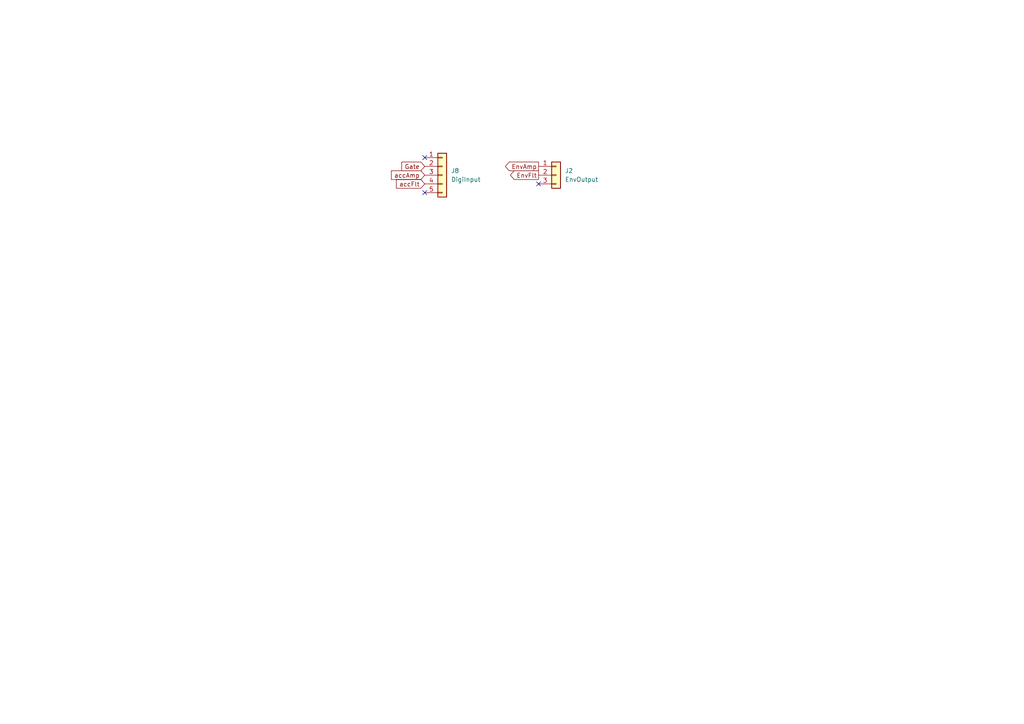
<source format=kicad_sch>
(kicad_sch (version 20250114) (generator "eeschema") (generator_version "9.0")
  (paper "A4")
  (lib_symbols
    (symbol "Connector_Generic:Conn_01x03" (pin_names (offset 1.016) (hide yes))
      (property "Reference" "J" (at 0 5.08 0))
      (property "Value" "Conn_01x03" (at 0 -5.08 0))
      (symbol "Conn_01x03_1_1"
        (rectangle (start -1.27 3.81) (end 1.27 -3.81) (stroke (width 0.254)) (fill (type background)))
        (rectangle (start -1.27 2.667) (end 0 2.413) (stroke (width 0.1524)))
        (rectangle (start -1.27 0.127) (end 0 -0.127) (stroke (width 0.1524)))
        (rectangle (start -1.27 -2.413) (end 0 -2.667) (stroke (width 0.1524)))
        (pin passive line (at -5.08 2.54 0) (length 3.81) (name "Pin_1") (number "1"))
        (pin passive line (at -5.08 0 0) (length 3.81) (name "Pin_2") (number "2"))
        (pin passive line (at -5.08 -2.54 0) (length 3.81) (name "Pin_3") (number "3"))
      )
    )
    (symbol "Connector_Generic:Conn_01x05" (pin_names (offset 1.016) (hide yes))
      (property "Reference" "J" (at 0 7.62 0))
      (property "Value" "Conn_01x05" (at 0 -7.62 0))
      (symbol "Conn_01x05_1_1"
        (rectangle (start -1.27 6.35) (end 1.27 -6.35) (stroke (width 0.254)) (fill (type background)))
        (rectangle (start -1.27 5.207) (end 0 4.953) (stroke (width 0.1524)))
        (rectangle (start -1.27 2.667) (end 0 2.413) (stroke (width 0.1524)))
        (rectangle (start -1.27 0.127) (end 0 -0.127) (stroke (width 0.1524)))
        (rectangle (start -1.27 -2.413) (end 0 -2.667) (stroke (width 0.1524)))
        (rectangle (start -1.27 -4.953) (end 0 -5.207) (stroke (width 0.1524)))
        (pin passive line (at -5.08 5.08 0) (length 3.81) (name "Pin_1") (number "1"))
        (pin passive line (at -5.08 2.54 0) (length 3.81) (name "Pin_2") (number "2"))
        (pin passive line (at -5.08 0 0) (length 3.81) (name "Pin_3") (number "3"))
        (pin passive line (at -5.08 -2.54 0) (length 3.81) (name "Pin_4") (number "4"))
        (pin passive line (at -5.08 -5.08 0) (length 3.81) (name "Pin_5") (number "5"))
      )
    )
  )
  (no_connect (at 123.19 55.88))
  (no_connect (at 123.19 45.72))
  (no_connect (at 156.21 53.34))
  (global_label "EnvAmp" (shape output) (at 156.21 48.26 180) (property "Intersheetrefs" "${INTERSHEET_REFS}" (effects (hide yes))))
  (global_label "accFlt" (shape input) (at 123.19 53.34 180) (property "Intersheetrefs" "${INTERSHEET_REFS}" (effects (hide yes))))
  (global_label "Gate" (shape input) (at 123.19 48.26 180) (property "Intersheetrefs" "${INTERSHEET_REFS}" (effects (hide yes))))
  (global_label "accAmp" (shape input) (at 123.19 50.8 180) (property "Intersheetrefs" "${INTERSHEET_REFS}" (effects (hide yes))))
  (global_label "EnvFlt" (shape output) (at 156.21 50.8 180) (property "Intersheetrefs" "${INTERSHEET_REFS}" (effects (hide yes))))
  (symbol (lib_id "Connector_Generic:Conn_01x03") (at 161.29 50.8 0) (unit 1)
    (property "Reference" "J2" (at 163.83 49.5299 0) (effects (justify left)))
    (property "Value" "EnvOutput" (at 163.83 52.0699 0) (effects (justify left)))
    (property "Footprint" "Connector_PinSocket_2.54mm:PinSocket_1x03_P2.54mm_Vertical" (effects (hide yes)))
    (property "Description" "Generic connector, single row, 01x03, script generated (kicad-library-utils/schlib/autogen/connector/)" (effects (hide yes)))
  )
  (symbol (lib_id "Connector_Generic:Conn_01x05") (at 128.27 50.8 0) (unit 1)
    (property "Reference" "J8" (at 130.81 49.5299 0) (effects (justify left)))
    (property "Value" "DigiInput" (at 130.81 52.0699 0) (effects (justify left)))
    (property "Footprint" "Connector_PinSocket_2.54mm:PinSocket_1x05_P2.54mm_Vertical" (effects (hide yes)))
    (property "Description" "Generic connector, single row, 01x05, script generated (kicad-library-utils/schlib/autogen/connector/)" (effects (hide yes)))
  )
)
</source>
